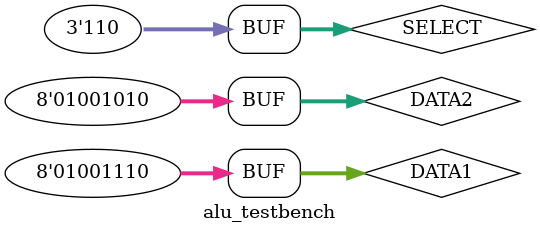
<source format=v>
/*Title = Simple Ariyhmatic Logic Unit(Only Support ADD SUB AND OR MOV LOADI)
  Author = P.M.M.P RAndeniya
  E Number = E/16/313
*/


//Verilog module for an ALU
module alu(DATA1,DATA2,RESULT,SELECT);
    
    //inputs,outputs and internal variables declared here
    input [7:0] DATA1,DATA2;  //8 bit Operands
    input [2:0] SELECT;       //Selection OPCODE
    output [7:0] RESULT;      //Output of the ALU
    reg [7:0] Reg3;           //temperory reg
    
   
    //Assign the output 
    assign RESULT = Reg3;

    //Always block with inputs in the sensitivity list.if any change of SELECT DATA1 DATA2 this will execute
    always @(SELECT or DATA1 or DATA2)
    begin
        casex (SELECT)
         3'b000 : #1 Reg3 = DATA2;          // forward DATA2 into RESULT, DATA2 → RESULT
         3'b001 : #2 Reg3 = DATA1 + DATA2;  //DATA1 + DATA2 → RESULT         
         3'b010 : #1 Reg3 = DATA1 & DATA2;  //bitwise AND on DATA1 with DATA2, DATA1 & DATA2 → RESULT
         3'b011 : #1 Reg3 = DATA1 | DATA2;  //bitwise OR on DATA1 with DATA2, DATA1 | DATA2 → RESULT
         3'b1XX :  Reg3 = 8'bxxxxxxxx;    //Reserved for future functional units     
        endcase 
    end
    
endmodule


//testbench module for an ALU
module alu_testbench;

    // Inputs
    reg [7:0] DATA1;  //8 bit input DATA1
    reg [7:0] DATA2;  //8 bit input DATA2
    reg [2:0] SELECT; //# bit OPCODE selector

    // Outputs
    wire [7:0] RESULT; 

    // Instantiate the Unit alu
    alu myalu (.DATA1(DATA1),.DATA2(DATA2), .RESULT(RESULT), .SELECT(SELECT));


    initial 
    begin
      //see how signal vary in command line
      $monitor($time," DATA1 = %b, DATA2 = %b, ALUOP = %b, RESULT = %b ",DATA1,DATA2,SELECT,RESULT);
      //generate files needed to plot waveform using gtkwave
      $dumpfile("wavedata.vcd");
      $dumpvars(0,alu_testbench);
    end
    
    initial begin
        // Apply inputs.
        DATA1 = 8'b01000100;  //initial DATA1 value
        DATA2 = 8'b00111011;  //initial DATA2 value
        SELECT = 3'b000;      //initial OPCODE

        //when the time unit = 100
        #10;
        SELECT = 3'b001;    //new opcode
        //when the time units = 200
        #10;
        DATA1 = 8'b01001110;  //change the DATA1 value
        SELECT = 3'b010;       //new opcode
         
        //when the time units = 300
        #10;
        SELECT = 3'b011;     //new OPCODE
        DATA2 = 8'b01001010; //New DATA2 Value
        //when time units = 4000
        #10;
        SELECT = 3'b110;   //new OPCODE
      
    end
          
endmodule

</source>
